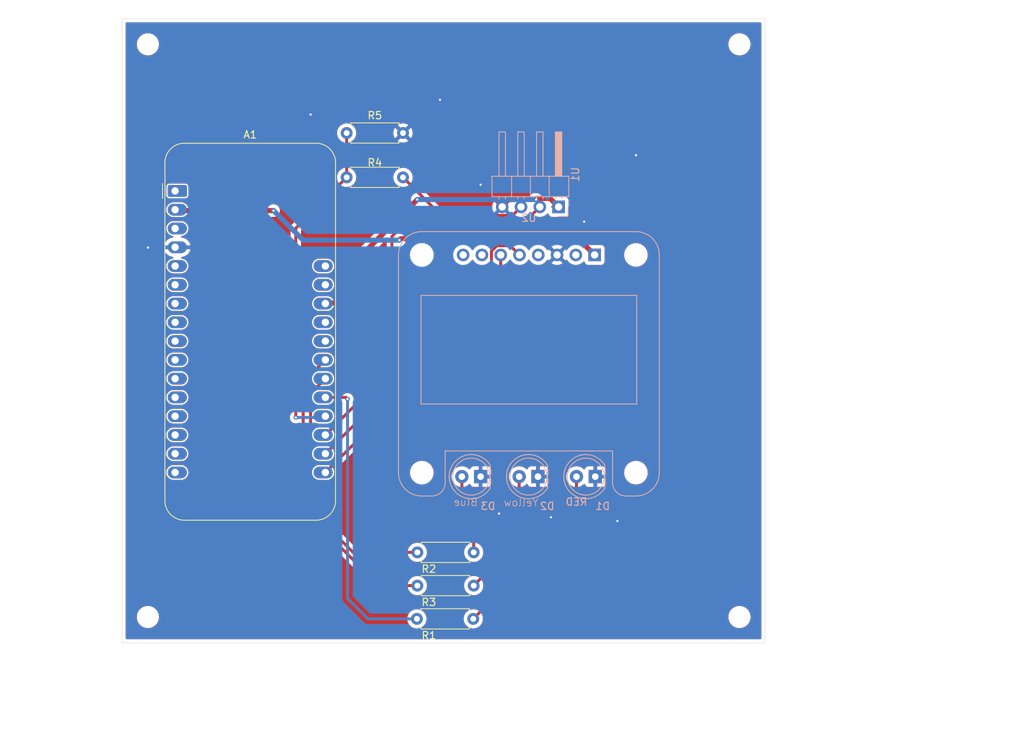
<source format=kicad_pcb>
(kicad_pcb (version 20241229) (generator "pcbnew") (generator_version "9.0")
  (title_block (title "Distance Sensor") (date "2025-11-17") (rev "2.0") (company "Team 15"))
  (layers (0 "F.Cu" signal) (2 "B.Cu" signal) (13 "F.Paste" user) (15 "B.Paste" user) (5 "F.SilkS" user "F.Silkscreen") (7 "B.SilkS" user "B.Silkscreen") (1 "F.Mask" user) (3 "B.Mask" user) (25 "Edge.Cuts" user))
  (net 0 "")
  (net 3 "Net-(A1-A8{slash}IO15)")
  (net 9 "Net-(A1-A7{slash}IO32)")
  (net 15 "+3.3V")
  (net 16 "Net-(A1-A9{slash}IO33)")
  (net 17 "Net-(A1-A6{slash}IO14)")
  (net 21 "Net-(A1-SDA{slash}IO23)")
  (net 23 "Net-(A1-A10{slash}IO27)")
  (net 24 "Net-(A1-SCL{slash}IO22)")
  (net 26 "GND")
  (net 27 "Net-(U1-ECHO)")
  (net 28 "Net-(D1-A)")
  (net 29 "Net-(D2-A)")
  (net 30 "Net-(D3-A)")
  (net 34 "+5V")
  (footprint "Resistor_THT:R_Axial_DIN0207_L6.3mm_D2.5mm_P7.62mm_Horizontal" (layer "F.Cu") (at 127 69.5 180)
    (property "Reference" "R4" (at 3.81 2 0) (layer "F.SilkS"))
    (property "Value" "10k")
    (fp_line (start 7.08 1.37) (end 7.08 1.04) (stroke (width 0.12)) (layer "F.SilkS"))
    (fp_line (start 7.08 -1.37) (end 7.08 -1.04) (stroke (width 0.12)) (layer "F.SilkS"))
    (fp_line (start 0.54 1.37) (end 7.08 1.37) (stroke (width 0.12)) (layer "F.SilkS"))
    (fp_line (start 0.54 1.04) (end 0.54 1.37) (stroke (width 0.12)) (layer "F.SilkS"))
    (fp_line (start 0.54 -1.04) (end 0.54 -1.37) (stroke (width 0.12)) (layer "F.SilkS"))
    (fp_line (start 0.54 -1.37) (end 7.08 -1.37) (stroke (width 0.12)) (layer "F.SilkS"))
    (pad "1" thru_hole circle (at 0 0 180) (size 1.6 1.6) (drill 0.8) (layers "*.Cu" "*.Mask") (net 27 "Net-(U1-ECHO)"))
    (pad "2" thru_hole circle (at 7.62 0 180) (size 1.6 1.6) (drill 0.8) (layers "*.Cu" "*.Mask") (net 9 "Net-(A1-A7{slash}IO32)"))
  )
  (footprint "Resistor_THT:R_Axial_DIN0207_L6.3mm_D2.5mm_P7.62mm_Horizontal" (layer "F.Cu") (at 119.38 63.5)
    (property "Reference" "R5" (at 3.81 -2.37 0) (layer "F.SilkS"))
    (property "Value" "15k")
    (fp_line (start 0.54 -1.37) (end 7.08 -1.37) (stroke (width 0.12)) (layer "F.SilkS"))
    (fp_line (start 0.54 -1.04) (end 0.54 -1.37) (stroke (width 0.12)) (layer "F.SilkS"))
    (fp_line (start 0.54 1.04) (end 0.54 1.37) (stroke (width 0.12)) (layer "F.SilkS"))
    (fp_line (start 0.54 1.37) (end 7.08 1.37) (stroke (width 0.12)) (layer "F.SilkS"))
    (fp_line (start 7.08 -1.37) (end 7.08 -1.04) (stroke (width 0.12)) (layer "F.SilkS"))
    (fp_line (start 7.08 1.37) (end 7.08 1.04) (stroke (width 0.12)) (layer "F.SilkS"))
    (pad "1" thru_hole circle (at 0 0) (size 1.6 1.6) (drill 0.8) (layers "*.Cu" "*.Mask") (net 9 "Net-(A1-A7{slash}IO32)"))
    (pad "2" thru_hole circle (at 7.62 0) (size 1.6 1.6) (drill 0.8) (layers "*.Cu" "*.Mask") (net 26 "GND"))
  )
  (footprint "Resistor_THT:R_Axial_DIN0207_L6.3mm_D2.5mm_P7.62mm_Horizontal" (layer "F.Cu") (at 128.94 120.25)
    (property "Reference" "R2" (at 1.56 2.25 0) (layer "F.SilkS"))
    (property "Value" "330")
    (fp_line (start 0.54 -1.37) (end 7.08 -1.37) (stroke (width 0.12)) (layer "F.SilkS"))
    (fp_line (start 0.54 -1.04) (end 0.54 -1.37) (stroke (width 0.12)) (layer "F.SilkS"))
    (fp_line (start 0.54 1.04) (end 0.54 1.37) (stroke (width 0.12)) (layer "F.SilkS"))
    (fp_line (start 0.54 1.37) (end 7.08 1.37) (stroke (width 0.12)) (layer "F.SilkS"))
    (fp_line (start 7.08 -1.37) (end 7.08 -1.04) (stroke (width 0.12)) (layer "F.SilkS"))
    (fp_line (start 7.08 1.37) (end 7.08 1.04) (stroke (width 0.12)) (layer "F.SilkS"))
    (pad "1" thru_hole circle (at 0 0) (size 1.6 1.6) (drill 0.8) (layers "*.Cu" "*.Mask") (net 16 "Net-(A1-A9{slash}IO33)"))
    (pad "2" thru_hole circle (at 7.62 0) (size 1.6 1.6) (drill 0.8) (layers "*.Cu" "*.Mask") (net 30 "Net-(D3-A)"))
  )
  (footprint "MountingHole:MountingHole_2.5mm" (layer "F.Cu") (at 172.5 51.5)
    (property "Reference" "REF**" (hide yes))
    (property "Value" "MountingHole_2.5mm" (hide yes))
    (pad "" np_thru_hole circle (at 0 0) (size 2.5 2.5) (drill 2.5) (layers "*.Cu" "*.Mask"))
  )
  (footprint "Module:Adafruit_Feather" (layer "F.Cu") (at 96.18 71.34)
    (property "Reference" "A1" (at 10.16 -7.62 0) (layer "F.SilkS"))
    (property "Value" "Adafruit_Feather_HUZZAH32_ESP32")
    (fp_line (start -1.7 1) (end -1.7 -1) (stroke (width 0.12)) (layer "F.SilkS"))
    (fp_line (start -1.38 -3.81) (end -1.38 41.91) (stroke (width 0.12)) (layer "F.SilkS"))
    (fp_line (start 19.05 -6.46) (end 1.27 -6.46) (stroke (width 0.12)) (layer "F.SilkS"))
    (fp_line (start 19.05 44.56) (end 1.27 44.56) (stroke (width 0.12)) (layer "F.SilkS"))
    (fp_line (start 21.7 -3.81) (end 21.7 41.91) (stroke (width 0.12)) (layer "F.SilkS"))
    (fp_arc (start -1.38 -3.81) (mid -0.603833 -5.683833) (end 1.27 -6.46) (stroke (width 0.12)) (layer "F.SilkS"))
    (fp_arc (start 1.27 44.56) (mid -0.603833 43.783833) (end -1.38 41.91) (stroke (width 0.12)) (layer "F.SilkS"))
    (fp_arc (start 19.05 -6.46) (mid 20.923833 -5.683833) (end 21.7 -3.81) (stroke (width 0.12)) (layer "F.SilkS"))
    (fp_arc (start 21.7 41.91) (mid 20.923833 43.783833) (end 19.05 44.56) (stroke (width 0.12)) (layer "F.SilkS"))
    (pad "1" thru_hole roundrect (at 0 0) (size 2.6 1.6) (drill 1 (offset 0.3 0)) (layers "*.Cu" "*.Mask") (roundrect_rratio 0.15625))
    (pad "2" thru_hole oval (at 0 2.54) (size 2.6 1.6) (drill 1 (offset 0.3 0)) (layers "*.Cu" "*.Mask") (net 15 "+3.3V"))
    (pad "3" thru_hole oval (at 0 5.08) (size 2.6 1.6) (drill 1 (offset 0.3 0)) (layers "*.Cu" "*.Mask"))
    (pad "4" thru_hole oval (at 0 7.62) (size 2.6 1.6) (drill 1 (offset 0.3 0)) (layers "*.Cu" "*.Mask") (net 26 "GND"))
    (pad "5" thru_hole oval (at 0 10.16) (size 2.6 1.6) (drill 1 (offset 0.3 0)) (layers "*.Cu" "*.Mask"))
    (pad "6" thru_hole oval (at 0 12.7) (size 2.6 1.6) (drill 1 (offset 0.3 0)) (layers "*.Cu" "*.Mask"))
    (pad "7" thru_hole oval (at 0 15.24) (size 2.6 1.6) (drill 1 (offset 0.3 0)) (layers "*.Cu" "*.Mask"))
    (pad "8" thru_hole oval (at 0 17.78) (size 2.6 1.6) (drill 1 (offset 0.3 0)) (layers "*.Cu" "*.Mask"))
    (pad "9" thru_hole oval (at 0 20.32) (size 2.6 1.6) (drill 1 (offset 0.3 0)) (layers "*.Cu" "*.Mask"))
    (pad "10" thru_hole oval (at 0 22.86) (size 2.6 1.6) (drill 1 (offset 0.3 0)) (layers "*.Cu" "*.Mask"))
    (pad "11" thru_hole oval (at 0 25.4) (size 2.6 1.6) (drill 1 (offset 0.3 0)) (layers "*.Cu" "*.Mask"))
    (pad "12" thru_hole oval (at 0 27.94) (size 2.6 1.6) (drill 1 (offset 0.3 0)) (layers "*.Cu" "*.Mask"))
    (pad "13" thru_hole oval (at 0 30.48) (size 2.6 1.6) (drill 1 (offset 0.3 0)) (layers "*.Cu" "*.Mask"))
    (pad "14" thru_hole oval (at 0 33.02) (size 2.6 1.6) (drill 1 (offset 0.3 0)) (layers "*.Cu" "*.Mask"))
    (pad "15" thru_hole oval (at 0 35.56) (size 2.6 1.6) (drill 1 (offset 0.3 0)) (layers "*.Cu" "*.Mask"))
    (pad "16" thru_hole oval (at 0 38.1) (size 2.6 1.6) (drill 1 (offset 0.3 0)) (layers "*.Cu" "*.Mask"))
    (pad "17" thru_hole oval (at 20.32 38.1 180) (size 2.6 1.6) (drill 1 (offset 0.3 0)) (layers "*.Cu" "*.Mask") (net 21 "Net-(A1-SDA{slash}IO23)"))
    (pad "18" thru_hole oval (at 20.32 35.56 180) (size 2.6 1.6) (drill 1 (offset 0.3 0)) (layers "*.Cu" "*.Mask") (net 24 "Net-(A1-SCL{slash}IO22)"))
    (pad "19" thru_hole oval (at 20.32 33.02 180) (size 2.6 1.6) (drill 1 (offset 0.3 0)) (layers "*.Cu" "*.Mask") (net 17 "Net-(A1-A6{slash}IO14)"))
    (pad "20" thru_hole oval (at 20.32 30.48 180) (size 2.6 1.6) (drill 1 (offset 0.3 0)) (layers "*.Cu" "*.Mask") (net 9 "Net-(A1-A7{slash}IO32)"))
    (pad "21" thru_hole oval (at 20.32 27.94 180) (size 2.6 1.6) (drill 1 (offset 0.3 0)) (layers "*.Cu" "*.Mask") (net 3 "Net-(A1-A8{slash}IO15)"))
    (pad "22" thru_hole oval (at 20.32 25.4 180) (size 2.6 1.6) (drill 1 (offset 0.3 0)) (layers "*.Cu" "*.Mask") (net 16 "Net-(A1-A9{slash}IO33)"))
    (pad "23" thru_hole oval (at 20.32 22.86 180) (size 2.6 1.6) (drill 1 (offset 0.3 0)) (layers "*.Cu" "*.Mask") (net 23 "Net-(A1-A10{slash}IO27)"))
    (pad "24" thru_hole oval (at 20.32 20.32 180) (size 2.6 1.6) (drill 1 (offset 0.3 0)) (layers "*.Cu" "*.Mask"))
    (pad "25" thru_hole oval (at 20.32 17.78 180) (size 2.6 1.6) (drill 1 (offset 0.3 0)) (layers "*.Cu" "*.Mask"))
    (pad "26" thru_hole oval (at 20.32 15.24 180) (size 2.6 1.6) (drill 1 (offset 0.3 0)) (layers "*.Cu" "*.Mask") (net 34 "+5V"))
    (pad "27" thru_hole oval (at 20.32 12.7 180) (size 2.6 1.6) (drill 1 (offset 0.3 0)) (layers "*.Cu" "*.Mask"))
    (pad "28" thru_hole oval (at 20.32 10.16 180) (size 2.6 1.6) (drill 1 (offset 0.3 0)) (layers "*.Cu" "*.Mask"))
  )
  (footprint "MountingHole:MountingHole_2.5mm" (layer "F.Cu") (at 92.5 51.5)
    (property "Reference" "REF**" (hide yes))
    (property "Value" "MountingHole_2.5mm" (hide yes))
    (pad "" np_thru_hole circle (at 0 0) (size 2.5 2.5) (drill 2.5) (layers "*.Cu" "*.Mask"))
  )
  (footprint "Resistor_THT:R_Axial_DIN0207_L6.3mm_D2.5mm_P7.62mm_Horizontal" (layer "F.Cu") (at 128.88 129.25)
    (property "Reference" "R1" (at 1.62 2.25 0) (layer "F.SilkS"))
    (property "Value" "330")
    (fp_line (start 0.54 -1.37) (end 7.08 -1.37) (stroke (width 0.12)) (layer "F.SilkS"))
    (fp_line (start 0.54 -1.04) (end 0.54 -1.37) (stroke (width 0.12)) (layer "F.SilkS"))
    (fp_line (start 0.54 1.04) (end 0.54 1.37) (stroke (width 0.12)) (layer "F.SilkS"))
    (fp_line (start 0.54 1.37) (end 7.08 1.37) (stroke (width 0.12)) (layer "F.SilkS"))
    (fp_line (start 7.08 -1.37) (end 7.08 -1.04) (stroke (width 0.12)) (layer "F.SilkS"))
    (fp_line (start 7.08 1.37) (end 7.08 1.04) (stroke (width 0.12)) (layer "F.SilkS"))
    (pad "1" thru_hole circle (at 0 0) (size 1.6 1.6) (drill 0.8) (layers "*.Cu" "*.Mask") (net 3 "Net-(A1-A8{slash}IO15)"))
    (pad "2" thru_hole circle (at 7.62 0) (size 1.6 1.6) (drill 0.8) (layers "*.Cu" "*.Mask") (net 28 "Net-(D1-A)"))
  )
  (footprint "Resistor_THT:R_Axial_DIN0207_L6.3mm_D2.5mm_P7.62mm_Horizontal" (layer "F.Cu") (at 128.94 124.75)
    (property "Reference" "R3" (at 1.56 2.25 0) (layer "F.SilkS"))
    (property "Value" "330")
    (fp_line (start 0.54 -1.37) (end 7.08 -1.37) (stroke (width 0.12)) (layer "F.SilkS"))
    (fp_line (start 0.54 -1.04) (end 0.54 -1.37) (stroke (width 0.12)) (layer "F.SilkS"))
    (fp_line (start 0.54 1.04) (end 0.54 1.37) (stroke (width 0.12)) (layer "F.SilkS"))
    (fp_line (start 0.54 1.37) (end 7.08 1.37) (stroke (width 0.12)) (layer "F.SilkS"))
    (fp_line (start 7.08 -1.37) (end 7.08 -1.04) (stroke (width 0.12)) (layer "F.SilkS"))
    (fp_line (start 7.08 1.37) (end 7.08 1.04) (stroke (width 0.12)) (layer "F.SilkS"))
    (pad "1" thru_hole circle (at 0 0) (size 1.6 1.6) (drill 0.8) (layers "*.Cu" "*.Mask") (net 23 "Net-(A1-A10{slash}IO27)"))
    (pad "2" thru_hole circle (at 7.62 0) (size 1.6 1.6) (drill 0.8) (layers "*.Cu" "*.Mask") (net 29 "Net-(D2-A)"))
  )
  (footprint "MountingHole:MountingHole_2.5mm" (layer "F.Cu") (at 172.5 129)
    (property "Reference" "REF**" (hide yes))
    (property "Value" "MountingHole_2.5mm" (hide yes))
    (pad "" np_thru_hole circle (at 0 0) (size 2.5 2.5) (drill 2.5) (layers "*.Cu" "*.Mask"))
  )
  (footprint "MountingHole:MountingHole_2.5mm" (layer "F.Cu") (at 92.5 129)
    (property "Reference" "REF**" (hide yes))
    (property "Value" "MountingHole_2.5mm" (hide yes))
    (pad "" np_thru_hole circle (at 0 0) (size 2.5 2.5) (drill 2.5) (layers "*.Cu" "*.Mask"))
  )
  (footprint "LED_THT:LED_D5.0mm" (layer "B.Cu") (at 137.5 110 180)
    (property "Reference" "D3" (at -1 -4 0) (layer "B.SilkS") (effects (justify mirror)))
    (property "Value" "Blue")
    (fp_line (start -1.29 1.545) (end -1.29 -1.545) (stroke (width 0.12)) (layer "B.SilkS"))
    (fp_arc (start 4.26 0) (mid 2.071779 2.880495) (end -1.29 1.54483) (stroke (width 0.12)) (layer "B.SilkS"))
    (fp_arc (start -1.29 -1.54483) (mid 2.071779 -2.880495) (end 4.26 0) (stroke (width 0.12)) (layer "B.SilkS"))
    (fp_circle (center 1.27 0) (end 3.77 0) (stroke (width 0.12)) (fill no) (layer "B.SilkS"))
    (pad "1" thru_hole rect (at 0 0 180) (size 1.8 1.8) (drill 0.9) (layers "*.Cu" "*.Mask") (net 26 "GND"))
    (pad "2" thru_hole circle (at 2.54 0 180) (size 1.8 1.8) (drill 0.9) (layers "*.Cu" "*.Mask") (net 30 "Net-(D3-A)"))
  )
  (footprint "Connector_PinHeader_2.54mm:PinHeader_1x04_P2.54mm_Horizontal" (layer "B.Cu") (at 148.04 73.5 90)
    (property "Reference" "U1" (at 4.385 2.27 270) (layer "B.SilkS") (effects (justify mirror)))
    (property "Value" "HC-SR04")
    (fp_line (start 4.15 -9) (end 4.15 1.38) (stroke (width 0.12)) (layer "B.SilkS"))
    (fp_line (start 1.39 -9) (end 4.15 -9) (stroke (width 0.12)) (layer "B.SilkS"))
    (fp_line (start 10.15 -8.05) (end 4.15 -8.05) (stroke (width 0.12)) (layer "B.SilkS"))
    (fp_line (start 1.077358 -8.05) (end 1.39 -8.05) (stroke (width 0.12)) (layer "B.SilkS"))
    (fp_line (start 10.15 -7.19) (end 10.15 -8.05) (stroke (width 0.12)) (layer "B.SilkS"))
    (fp_line (start 4.15 -7.19) (end 10.15 -7.19) (stroke (width 0.12)) (layer "B.SilkS"))
    (fp_line (start 1.077358 -7.19) (end 1.39 -7.19) (stroke (width 0.12)) (layer "B.SilkS"))
    (fp_line (start 1.39 -6.35) (end 4.15 -6.35) (stroke (width 0.12)) (layer "B.SilkS"))
    (fp_line (start 10.15 -5.51) (end 4.15 -5.51) (stroke (width 0.12)) (layer "B.SilkS"))
    (fp_line (start 1.077358 -5.51) (end 1.39 -5.51) (stroke (width 0.12)) (layer "B.SilkS"))
    (fp_line (start 10.15 -4.65) (end 10.15 -5.51) (stroke (width 0.12)) (layer "B.SilkS"))
    (fp_line (start 4.15 -4.65) (end 10.15 -4.65) (stroke (width 0.12)) (layer "B.SilkS"))
    (fp_line (start 1.077358 -4.65) (end 1.39 -4.65) (stroke (width 0.12)) (layer "B.SilkS"))
    (fp_line (start 1.39 -3.81) (end 4.15 -3.81) (stroke (width 0.12)) (layer "B.SilkS"))
    (fp_line (start 10.15 -2.97) (end 4.15 -2.97) (stroke (width 0.12)) (layer "B.SilkS"))
    (fp_line (start 1.077358 -2.97) (end 1.39 -2.97) (stroke (width 0.12)) (layer "B.SilkS"))
    (fp_line (start 10.15 -2.11) (end 10.15 -2.97) (stroke (width 0.12)) (layer "B.SilkS"))
    (fp_line (start 4.15 -2.11) (end 10.15 -2.11) (stroke (width 0.12)) (layer "B.SilkS"))
    (fp_line (start 1.077358 -2.11) (end 1.39 -2.11) (stroke (width 0.12)) (layer "B.SilkS"))
    (fp_line (start 1.39 -1.27) (end 4.15 -1.27) (stroke (width 0.12)) (layer "B.SilkS"))
    (fp_line (start 1.16 -0.43) (end 1.39 -0.43) (stroke (width 0.12)) (layer "B.SilkS"))
    (fp_line (start -1.27 0) (end -1.27 1.27) (stroke (width 0.12)) (layer "B.SilkS"))
    (fp_line (start 1.16 0.43) (end 1.39 0.43) (stroke (width 0.12)) (layer "B.SilkS"))
    (fp_line (start -1.27 1.27) (end 0 1.27) (stroke (width 0.12)) (layer "B.SilkS"))
    (fp_line (start 4.15 1.38) (end 1.39 1.38) (stroke (width 0.12)) (layer "B.SilkS"))
    (fp_line (start 1.39 1.38) (end 1.39 -9) (stroke (width 0.12)) (layer "B.SilkS"))
    (fp_rect (start 4.15 0.43) (end 10.15 -0.43) (stroke (width 0.12)) (fill yes) (layer "B.SilkS"))
    (pad "1" thru_hole rect (at 0 0 90) (size 1.7 1.7) (drill 1) (layers "*.Cu" "*.Mask") (net 34 "+5V"))
    (pad "2" thru_hole circle (at 0 -2.54 90) (size 1.7 1.7) (drill 1) (layers "*.Cu" "*.Mask") (net 17 "Net-(A1-A6{slash}IO14)"))
    (pad "3" thru_hole circle (at 0 -5.08 90) (size 1.7 1.7) (drill 1) (layers "*.Cu" "*.Mask") (net 27 "Net-(U1-ECHO)"))
    (pad "4" thru_hole circle (at 0 -7.62 90) (size 1.7 1.7) (drill 1) (layers "*.Cu" "*.Mask") (net 26 "GND"))
  )
  (footprint "Display:Adafruit_SSD1306" (layer "B.Cu") (at 152.912 80 180)
    (property "Reference" "U2" (at 8.89 5 0) (layer "B.SilkS") (effects (justify mirror)))
    (property "Value" "~")
    (fp_line (start 26.526 0) (end 26.526 -29.464) (stroke (width 0.12)) (layer "B.SilkS"))
    (fp_line (start 23.478 -5.478) (end 23.478 -20.176) (stroke (width 0.12)) (layer "B.SilkS"))
    (fp_line (start 23.368 3.158) (end -5.588 3.158) (stroke (width 0.12)) (layer "B.SilkS"))
    (fp_line (start 22.018 -32.622) (end 23.37 -32.622) (stroke (width 0.12)) (layer "B.SilkS"))
    (fp_line (start 20.21 -26.526) (end 20.21 -30.814) (stroke (width 0.12)) (layer "B.SilkS"))
    (fp_line (start -2.43 -26.526) (end 20.21 -26.526) (stroke (width 0.12)) (layer "B.SilkS"))
    (fp_line (start -2.43 -26.526) (end -2.43 -30.814) (stroke (width 0.12)) (layer "B.SilkS"))
    (fp_line (start -4.238 -32.622) (end -5.59 -32.622) (stroke (width 0.12)) (layer "B.SilkS"))
    (fp_line (start -5.698 -5.478) (end 23.478 -5.478) (stroke (width 0.12)) (layer "B.SilkS"))
    (fp_line (start -5.698 -5.478) (end -5.698 -20.176) (stroke (width 0.12)) (layer "B.SilkS"))
    (fp_line (start -5.698 -20.176) (end 23.478 -20.176) (stroke (width 0.12)) (layer "B.SilkS"))
    (fp_line (start -8.746 0) (end -8.746 -29.464) (stroke (width 0.12)) (layer "B.SilkS"))
    (fp_arc (start 26.526 0) (mid 25.601043 2.233043) (end 23.368 3.158) (stroke (width 0.12)) (layer "B.SilkS"))
    (fp_arc (start 23.368 -32.622) (mid 25.601043 -31.697043) (end 26.526 -29.464) (stroke (width 0.12)) (layer "B.SilkS"))
    (fp_arc (start 20.21 -30.812) (mid 20.738137 -32.091035) (end 22.016 -32.622) (stroke (width 0.12)) (layer "B.SilkS"))
    (fp_arc (start -4.236 -32.622) (mid -2.958137 -32.091035) (end -2.43 -30.812) (stroke (width 0.12)) (layer "B.SilkS"))
    (fp_arc (start -5.588 3.158) (mid -7.821043 2.233043) (end -8.746 0) (stroke (width 0.12)) (layer "B.SilkS"))
    (fp_arc (start -8.746 -29.464) (mid -7.821043 -31.697043) (end -5.588 -32.622) (stroke (width 0.12)) (layer "B.SilkS"))
    (pad "" np_thru_hole circle (at -5.588 -29.464 180) (size 2.7 2.7) (drill 2.7) (layers "*.Cu" "*.Mask"))
    (pad "" np_thru_hole circle (at -5.588 0 180) (size 2.7 2.7) (drill 2.7) (layers "*.Cu" "*.Mask"))
    (pad "" np_thru_hole circle (at 23.368 -29.464 180) (size 2.7 2.7) (drill 2.7) (layers "*.Cu" "*.Mask"))
    (pad "" np_thru_hole circle (at 23.368 0 180) (size 2.7 2.7) (drill 2.7) (layers "*.Cu" "*.Mask"))
    (pad "1" thru_hole rect (at 0 0 180) (size 1.7 1.7) (drill 1) (layers "*.Cu" "*.Mask") (net 15 "+3.3V"))
    (pad "2" thru_hole circle (at 2.54 0 180) (size 1.7 1.7) (drill 1) (layers "*.Cu" "*.Mask"))
    (pad "3" thru_hole circle (at 5.08 0 180) (size 1.7 1.7) (drill 1) (layers "*.Cu" "*.Mask") (net 26 "GND"))
    (pad "4" thru_hole circle (at 7.62 0 180) (size 1.7 1.7) (drill 1) (layers "*.Cu" "*.Mask"))
    (pad "5" thru_hole circle (at 10.16 0 180) (size 1.7 1.7) (drill 1) (layers "*.Cu" "*.Mask") (net 24 "Net-(A1-SCL{slash}IO22)"))
    (pad "6" thru_hole circle (at 12.7 0 180) (size 1.7 1.7) (drill 1) (layers "*.Cu" "*.Mask") (net 21 "Net-(A1-SDA{slash}IO23)"))
    (pad "7" thru_hole circle (at 15.24 0 180) (size 1.7 1.7) (drill 1) (layers "*.Cu" "*.Mask"))
    (pad "8" thru_hole circle (at 17.78 0 180) (size 1.7 1.7) (drill 1) (layers "*.Cu" "*.Mask"))
  )
  (footprint "LED_THT:LED_D5.0mm" (layer "B.Cu") (at 153 110 180)
    (property "Reference" "D1" (at -1 -4 0) (layer "B.SilkS") (effects (justify mirror)))
    (property "Value" "RED")
    (fp_line (start -1.29 1.545) (end -1.29 -1.545) (stroke (width 0.12)) (layer "B.SilkS"))
    (fp_arc (start 4.26 0) (mid 2.071779 2.880495) (end -1.29 1.54483) (stroke (width 0.12)) (layer "B.SilkS"))
    (fp_arc (start -1.29 -1.54483) (mid 2.071779 -2.880495) (end 4.26 0) (stroke (width 0.12)) (layer "B.SilkS"))
    (fp_circle (center 1.27 0) (end 3.77 0) (stroke (width 0.12)) (fill no) (layer "B.SilkS"))
    (pad "1" thru_hole rect (at 0 0 180) (size 1.8 1.8) (drill 0.9) (layers "*.Cu" "*.Mask") (net 26 "GND"))
    (pad "2" thru_hole circle (at 2.54 0 180) (size 1.8 1.8) (drill 0.9) (layers "*.Cu" "*.Mask") (net 28 "Net-(D1-A)"))
  )
  (footprint "LED_THT:LED_D5.0mm" (layer "B.Cu") (at 145.25 110 180)
    (property "Reference" "D2" (at -1.25 -4 0) (layer "B.SilkS") (effects (justify mirror)))
    (property "Value" "Yellow")
    (fp_line (start -1.29 1.545) (end -1.29 -1.545) (stroke (width 0.12)) (layer "B.SilkS"))
    (fp_arc (start 4.26 0) (mid 2.071779 2.880495) (end -1.29 1.54483) (stroke (width 0.12)) (layer "B.SilkS"))
    (fp_arc (start -1.29 -1.54483) (mid 2.071779 -2.880495) (end 4.26 0) (stroke (width 0.12)) (layer "B.SilkS"))
    (fp_circle (center 1.27 0) (end 3.77 0) (stroke (width 0.12)) (fill no) (layer "B.SilkS"))
    (pad "1" thru_hole rect (at 0 0 180) (size 1.8 1.8) (drill 0.9) (layers "*.Cu" "*.Mask") (net 26 "GND"))
    (pad "2" thru_hole circle (at 2.54 0 180) (size 1.8 1.8) (drill 0.9) (layers "*.Cu" "*.Mask") (net 29 "Net-(D2-A)"))
  )
  (gr_rect (start 89 48.029624) (end 175.970376 132.5) (stroke (width 0.05)) (fill no) (layer "Edge.Cuts"))
  (gr_text "Yellow" (at 145.405052 114.094947 0) (layer "B.SilkS") (effects (font (size 1 1) (thickness 0.1)) (justify left bottom mirror)))
  (gr_text "RED" (at 152 114 0) (layer "B.SilkS") (effects (font (size 1 1)) (justify left bottom mirror)))
  (gr_text "Blue" (at 137.182633 114.037978 0) (layer "B.SilkS") (effects (font (size 1 1) (thickness 0.1)) (justify left bottom mirror)))
  (segment (start 116.5 99.28) (end 119.28 99.28) (width 0.4) (layer "F.Cu") (net 3))
  (segment (start 119.28 99.28) (end 119.5 99.5) (width 0.4) (layer "F.Cu") (net 3))
  (via (at 119.5 99.5) (size 0.6) (drill 0.3) (layers "F.Cu" "B.Cu") (net 3))
  (segment (start 119.5 99.5) (end 119.5 126.5) (width 0.4) (layer "B.Cu") (net 3))
  (segment (start 122.25 129.25) (end 128.88 129.25) (width 0.4) (layer "B.Cu") (net 3))
  (segment (start 119.5 126.5) (end 122.25 129.25) (width 0.4) (layer "B.Cu") (net 3))
  (segment (start 119.38 63.5) (end 119.38 69.5) (width 0.4) (layer "F.Cu") (net 9))
  (segment (start 119.38 69.5) (end 112.5 76.38) (width 0.4) (layer "F.Cu") (net 9))
  (segment (start 112.5 76.38) (end 112.5 102) (width 0.4) (layer "F.Cu") (net 9))
  (via (at 112.5 102) (size 0.6) (drill 0.3) (layers "F.Cu" "B.Cu") (net 9))
  (segment (start 112.5 102) (end 116.32 102) (width 0.4) (layer "B.Cu") (net 9))
  (segment (start 116.32 102) (end 116.5 101.82) (width 0.4) (layer "B.Cu") (net 9))
  (segment (start 109.5 74) (end 96.3 74) (width 0.7) (layer "F.Cu") (net 15))
  (segment (start 151.211 77.799) (end 126.701 77.799) (width 0.7) (layer "F.Cu") (net 15))
  (segment (start 151.211 77.799) (end 151.211 78.299) (width 0.7) (layer "F.Cu") (net 15))
  (segment (start 126.701 77.799) (end 126.5 78) (width 0.4) (layer "F.Cu") (net 15))
  (segment (start 96.3 74) (end 96.18 73.88) (width 0.4) (layer "F.Cu") (net 15))
  (segment (start 151.211 78.299) (end 152.912 80) (width 0.7) (layer "F.Cu") (net 15))
  (via (at 109.5 74) (size 0.6) (drill 0.3) (layers "F.Cu" "B.Cu") (net 15))
  (via (at 126.5 78) (size 0.6) (drill 0.3) (layers "F.Cu" "B.Cu") (net 15))
  (segment (start 126.5 78) (end 113.5 78) (width 0.7) (layer "B.Cu") (net 15))
  (segment (start 113.5 78) (end 109.5 74) (width 0.7) (layer "B.Cu") (net 15))
  (segment (start 114.5 114.5) (end 120.25 120.25) (width 0.4) (layer "F.Cu") (net 16))
  (segment (start 114.5 98.74) (end 114.5 114.5) (width 0.4) (layer "F.Cu") (net 16))
  (segment (start 116.5 96.74) (end 114.5 98.74) (width 0.4) (layer "F.Cu") (net 16))
  (segment (start 120.25 120.25) (end 128.94 120.25) (width 0.4) (layer "F.Cu") (net 16))
  (segment (start 143 76) (end 127 76) (width 0.4) (layer "F.Cu") (net 17))
  (segment (start 116.5 104.36) (end 125.5 95.36) (width 0.4) (layer "F.Cu") (net 17))
  (segment (start 145.5 73.5) (end 143 76) (width 0.4) (layer "F.Cu") (net 17))
  (segment (start 125.5 95.36) (end 125.5 77.5) (width 0.4) (layer "F.Cu") (net 17))
  (segment (start 125.5 77.5) (end 127 76) (width 0.4) (layer "F.Cu") (net 17))
  (segment (start 140.212 85.728) (end 116.5 109.44) (width 0.4) (layer "F.Cu") (net 21))
  (segment (start 140.212 85.728) (end 140.212 80) (width 0.4) (layer "F.Cu") (net 21))
  (segment (start 113.5 114.5) (end 123.75 124.75) (width 0.4) (layer "F.Cu") (net 23))
  (segment (start 116.5 94.2) (end 113.5 97.2) (width 0.4) (layer "F.Cu") (net 23))
  (segment (start 123.75 124.75) (end 128.94 124.75) (width 0.4) (layer "F.Cu") (net 23))
  (segment (start 113.5 97.2) (end 113.5 114.5) (width 0.4) (layer "F.Cu") (net 23))
  (segment (start 141.501 78.749) (end 142.752 80) (width 0.4) (layer "F.Cu") (net 24))
  (segment (start 138.961 79.481818) (end 139.693818 78.749) (width 0.4) (layer "F.Cu") (net 24))
  (segment (start 138.961 84.439) (end 138.961 79.481818) (width 0.4) (layer "F.Cu") (net 24))
  (segment (start 139.693818 78.749) (end 141.501 78.749) (width 0.4) (layer "F.Cu") (net 24))
  (segment (start 116.5 106.9) (end 138.961 84.439) (width 0.4) (layer "F.Cu") (net 24))
  (via (at 140 115) (size 0.6) (drill 0.3) (layers "F.Cu" "B.Cu") (net 26))
  (via (at 132 59) (size 0.6) (drill 0.3) (layers "F.Cu" "B.Cu") (net 26))
  (via (at 114.5 61) (size 0.6) (drill 0.3) (layers "F.Cu" "B.Cu") (net 26))
  (via (at 156 116) (size 0.6) (drill 0.3) (layers "F.Cu" "B.Cu") (net 26))
  (via (at 137.5 70.5) (size 0.6) (drill 0.3) (layers "F.Cu" "B.Cu") (net 26))
  (via (at 151.5 75.5) (size 0.6) (drill 0.3) (layers "F.Cu" "B.Cu") (net 26))
  (via (at 147 115.5) (size 0.6) (drill 0.3) (layers "F.Cu" "B.Cu") (net 26))
  (via (at 158.5 66.5) (size 0.6) (drill 0.3) (layers "F.Cu" "B.Cu") (net 26))
  (via (at 92.5 79) (size 0.6) (drill 0.3) (layers "F.Cu" "B.Cu") (net 26))
  (segment (start 141.809 74.651) (end 132.151 74.651) (width 0.4) (layer "F.Cu") (net 27))
  (segment (start 132.151 74.651) (end 127 69.5) (width 0.4) (layer "F.Cu") (net 27))
  (segment (start 142.96 73.5) (end 141.809 74.651) (width 0.4) (layer "F.Cu") (net 27))
  (segment (start 136.5 129.25) (end 150.46 115.29) (width 0.4) (layer "F.Cu") (net 28))
  (segment (start 150.46 115.29) (end 150.46 110) (width 0.4) (layer "F.Cu") (net 28))
  (segment (start 142.71 118.6) (end 142.71 110) (width 0.4) (layer "F.Cu") (net 29))
  (segment (start 136.56 124.75) (end 142.71 118.6) (width 0.4) (layer "F.Cu") (net 29))
  (segment (start 136.56 118.06) (end 134.96 116.46) (width 0.4) (layer "F.Cu") (net 30))
  (segment (start 136.56 120.25) (end 136.56 118.06) (width 0.4) (layer "F.Cu") (net 30))
  (segment (start 134.96 116.46) (end 134.96 110) (width 0.4) (layer "F.Cu") (net 30))
  (segment (start 145.12 72.38) (end 145 72.5) (width 0.2) (layer "F.Cu") (net 34))
  (segment (start 119 82.4329) (end 119 86.5) (width 0.7) (layer "F.Cu") (net 34))
  (segment (start 148.04 73.5) (end 146.889 72.349) (width 0.7) (layer "F.Cu") (net 34))
  (segment (start 146.889 72.349) (end 145.02324 72.349) (width 0.7) (layer "F.Cu") (net 34))
  (segment (start 119 86.5) (end 116.58 86.5) (width 0.7) (layer "F.Cu") (net 34))
  (segment (start 116.58 86.5) (end 116.5 86.58) (width 0.4) (layer "F.Cu") (net 34))
  (segment (start 148.04 73.5) (end 147.12776 73.5) (width 0.2) (layer "F.Cu") (net 34))
  (segment (start 128.9329 72.5) (end 119 82.4329) (width 0.7) (layer "F.Cu") (net 34))
  (via (at 145 72.5) (size 0.6) (drill 0.3) (layers "F.Cu" "B.Cu") (net 34))
  (via (at 128.9329 72.5) (size 0.6) (drill 0.3) (layers "F.Cu" "B.Cu") (net 34))
  (segment (start 145 72.5) (end 128.9329 72.5) (width 0.7) (layer "B.Cu") (net 34))
  (zone (net 26) (net_name "GND") (layers "F.Cu" "B.Cu") (connect_pads (clearance 0.5)) (min_thickness 0.25) (fill yes (thermal_gap 0.5) (thermal_bridge_width 0.5))
    (polygon (pts (xy 208 45.5) (xy 72.5 46) (xy 73.5 145) (xy 211 143.5)))
  )
)
</source>
